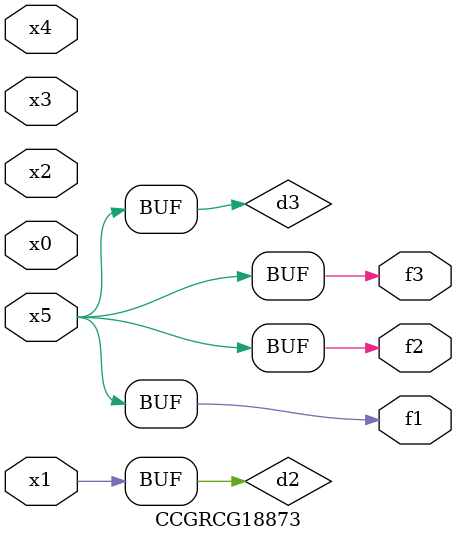
<source format=v>
module CCGRCG18873(
	input x0, x1, x2, x3, x4, x5,
	output f1, f2, f3
);

	wire d1, d2, d3;

	not (d1, x5);
	or (d2, x1);
	xnor (d3, d1);
	assign f1 = d3;
	assign f2 = d3;
	assign f3 = d3;
endmodule

</source>
